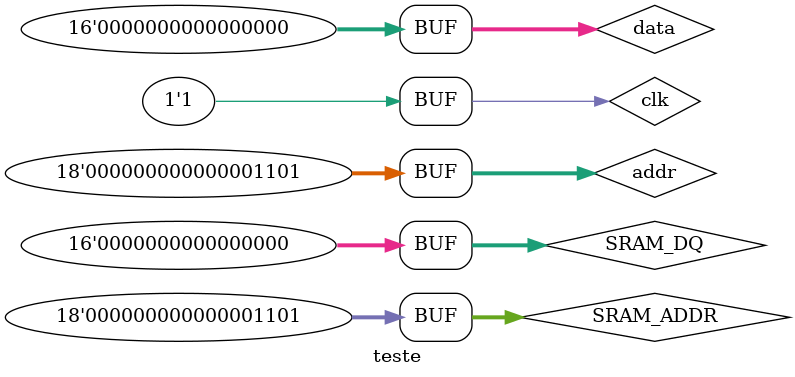
<source format=v>
module testeMemoria(
    input CLOCK_50,
    output [7:0] LEDG,//leds
    output [7:0] LEDR,//leds
    output [17:0] SRAM_ADDR,//Endereço memoria onde vai ser gravado o SRAM_DQ
    inout [15:0] SRAM_DQ,//Valor a ser passado para a memoria
    output SRAM_WE_N,//Sinal para gravar na memoria (write)
    output SRAM_OE_N,//Sinal para ler a memoria(read)
    output SRAM_UB_N,
    output SRAM_LB_N,
    output SRAM_CE_N
);

wire [15:0] output_leds;

assign LEDR[7:0] = output_leds[7:0];
assign LEDG[7:0] = output_leds[7:0];

assign output_leds = SRAM_DQ;

assign SRAM_CE_N = 0;

reg [3:0] state;


reg [17:0] addr_reg;
reg [15:0] data_reg;

assign SRAM_ADDR = addr_reg;
assign SRAM_DQ = data_reg;


reg we, oe, ub, lb; //, ce;

assign SRAM_WE_N = we;
assign SRAM_OE_N = oe;
assign SRAM_UB_N = ub;
assign SRAM_LB_N = lb;
// assign SRAM_CE_N = ce;


always @(posedge CLOCK_50) begin

	case (state)
		0: begin
			state <= 2;
			addr_reg <= 13;
			data_reg <= 2;
			we <= 0;
			oe <= 1;
			ub <= 0;
			lb <= 0;
		end
		2: begin
			state <= 2;
			addr_reg <= 13;
			data_reg <= 16'bzzzzzzzzzzzzzzzz;
			we <= 0;
			oe <= 1;
			ub <= 0;
			lb <= 0;
		end
	endcase

end

endmodule

module teste;
    reg clk;
    wire [7:0] LEDG;
    wire [7:0] LEDR;
    wire [17:0] SRAM_ADDR;
    wire [15:0] SRAM_DQ;
    wire SRAM_WE_N;
    wire SRAM_OE_N;
    wire SRAM_UB_N;
    wire SRAM_LB_N;
    wire SRAM_CE_N;

    reg [15:0] data;
    reg [17:0] addr;

    assign SRAM_DQ = data;
    assign SRAM_ADDR = addr;

    testeMemoria A(clk, LEDG, LEDR, SRAM_ADDR, SRAM_DQ, SRAM_WE_N, SRAM_OE_N, SRAM_UB_N, SRAM_LB_N, SRAM_CE_N);

    initial begin
        $dumpvars(0, A);
        #1
        clk <= 0;
        #2
        clk <= 1;
        addr <= 13;
        data <= 50;
        #2
        clk <= 0;
        #2
        clk <= 1;
        addr <= 13;
        data <= 0;
    end
endmodule

</source>
